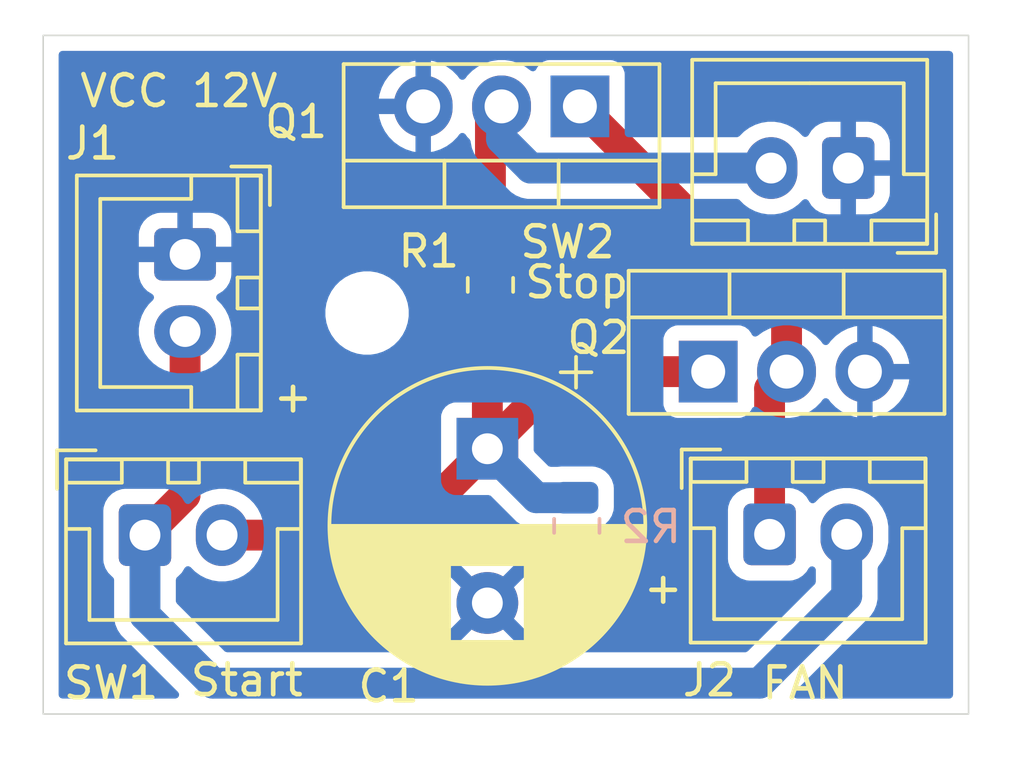
<source format=kicad_pcb>
(kicad_pcb (version 20240108) (generator "pcbnew") (generator_version "8.0")
  (layers (0 "F.Cu" signal) (31 "B.Cu" signal) (34 "B.Paste" user) (35 "F.Paste" user) (36 "B.SilkS" user "B.Silkscreen") (37 "F.SilkS" user "F.Silkscreen") (38 "B.Mask" user) (39 "F.Mask" user) (44 "Edge.Cuts" user))
  (net 0 "")
  (net 1 "GND")
  (net 2 "Net-(Q2-G)")
  (net 3 "VCC")
  (net 4 "Net-(J2-Pin_1)")
  (net 5 "Net-(Q1-D)")
  (footprint "Capacitor_THT:CP_Radial_D10.0mm_P5.00mm" (layer "F.Cu") (at 73.4 85.4 -90)
    (property "Reference" "C1" (at 7.7 3.2 180) (layer "F.SilkS"))
    (property "Value" "1000 uF @ 25V")
    (fp_line (start 3.781 1.241) (end 3.781 4.918) (stroke (width 0.12)) (layer "F.SilkS"))
    (fp_line (start 3.821 1.241) (end 3.821 4.907) (stroke (width 0.12)) (layer "F.SilkS"))
    (fp_line (start 3.861 1.241) (end 3.861 4.897) (stroke (width 0.12)) (layer "F.SilkS"))
    (fp_line (start 3.901 1.241) (end 3.901 4.885) (stroke (width 0.12)) (layer "F.SilkS"))
    (fp_line (start 3.941 1.241) (end 3.941 4.874) (stroke (width 0.12)) (layer "F.SilkS"))
    (fp_line (start 3.981 1.241) (end 3.981 4.862) (stroke (width 0.12)) (layer "F.SilkS"))
    (fp_line (start 4.021 1.241) (end 4.021 4.85) (stroke (width 0.12)) (layer "F.SilkS"))
    (fp_line (start 4.061 1.241) (end 4.061 4.837) (stroke (width 0.12)) (layer "F.SilkS"))
    (fp_line (start 4.101 1.241) (end 4.101 4.824) (stroke (width 0.12)) (layer "F.SilkS"))
    (fp_line (start 4.141 1.241) (end 4.141 4.811) (stroke (width 0.12)) (layer "F.SilkS"))
    (fp_line (start 4.181 1.241) (end 4.181 4.797) (stroke (width 0.12)) (layer "F.SilkS"))
    (fp_line (start 4.221 1.241) (end 4.221 4.783) (stroke (width 0.12)) (layer "F.SilkS"))
    (fp_line (start 4.261 1.241) (end 4.261 4.768) (stroke (width 0.12)) (layer "F.SilkS"))
    (fp_line (start 4.301 1.241) (end 4.301 4.754) (stroke (width 0.12)) (layer "F.SilkS"))
    (fp_line (start 4.341 1.241) (end 4.341 4.738) (stroke (width 0.12)) (layer "F.SilkS"))
    (fp_line (start 4.381 1.241) (end 4.381 4.723) (stroke (width 0.12)) (layer "F.SilkS"))
    (fp_line (start 4.421 1.241) (end 4.421 4.707) (stroke (width 0.12)) (layer "F.SilkS"))
    (fp_line (start 4.461 1.241) (end 4.461 4.69) (stroke (width 0.12)) (layer "F.SilkS"))
    (fp_line (start 4.501 1.241) (end 4.501 4.674) (stroke (width 0.12)) (layer "F.SilkS"))
    (fp_line (start 4.541 1.241) (end 4.541 4.657) (stroke (width 0.12)) (layer "F.SilkS"))
    (fp_line (start 4.581 1.241) (end 4.581 4.639) (stroke (width 0.12)) (layer "F.SilkS"))
    (fp_line (start 4.621 1.241) (end 4.621 4.621) (stroke (width 0.12)) (layer "F.SilkS"))
    (fp_line (start 4.661 1.241) (end 4.661 4.603) (stroke (width 0.12)) (layer "F.SilkS"))
    (fp_line (start 4.701 1.241) (end 4.701 4.584) (stroke (width 0.12)) (layer "F.SilkS"))
    (fp_line (start 4.741 1.241) (end 4.741 4.564) (stroke (width 0.12)) (layer "F.SilkS"))
    (fp_line (start 4.781 1.241) (end 4.781 4.545) (stroke (width 0.12)) (layer "F.SilkS"))
    (fp_line (start 4.821 1.241) (end 4.821 4.525) (stroke (width 0.12)) (layer "F.SilkS"))
    (fp_line (start 4.861 1.241) (end 4.861 4.504) (stroke (width 0.12)) (layer "F.SilkS"))
    (fp_line (start 4.901 1.241) (end 4.901 4.483) (stroke (width 0.12)) (layer "F.SilkS"))
    (fp_line (start 4.941 1.241) (end 4.941 4.462) (stroke (width 0.12)) (layer "F.SilkS"))
    (fp_line (start 4.981 1.241) (end 4.981 4.44) (stroke (width 0.12)) (layer "F.SilkS"))
    (fp_line (start 5.021 1.241) (end 5.021 4.417) (stroke (width 0.12)) (layer "F.SilkS"))
    (fp_line (start 5.061 1.241) (end 5.061 4.395) (stroke (width 0.12)) (layer "F.SilkS"))
    (fp_line (start 5.101 1.241) (end 5.101 4.371) (stroke (width 0.12)) (layer "F.SilkS"))
    (fp_line (start 5.141 1.241) (end 5.141 4.347) (stroke (width 0.12)) (layer "F.SilkS"))
    (fp_line (start 5.181 1.241) (end 5.181 4.323) (stroke (width 0.12)) (layer "F.SilkS"))
    (fp_line (start 5.221 1.241) (end 5.221 4.298) (stroke (width 0.12)) (layer "F.SilkS"))
    (fp_line (start 5.261 1.241) (end 5.261 4.273) (stroke (width 0.12)) (layer "F.SilkS"))
    (fp_line (start 5.301 1.241) (end 5.301 4.247) (stroke (width 0.12)) (layer "F.SilkS"))
    (fp_line (start 5.341 1.241) (end 5.341 4.221) (stroke (width 0.12)) (layer "F.SilkS"))
    (fp_line (start 5.381 1.241) (end 5.381 4.194) (stroke (width 0.12)) (layer "F.SilkS"))
    (fp_line (start 5.421 1.241) (end 5.421 4.166) (stroke (width 0.12)) (layer "F.SilkS"))
    (fp_line (start 5.461 1.241) (end 5.461 4.138) (stroke (width 0.12)) (layer "F.SilkS"))
    (fp_line (start 5.501 1.241) (end 5.501 4.11) (stroke (width 0.12)) (layer "F.SilkS"))
    (fp_line (start 5.541 1.241) (end 5.541 4.08) (stroke (width 0.12)) (layer "F.SilkS"))
    (fp_line (start 5.581 1.241) (end 5.581 4.05) (stroke (width 0.12)) (layer "F.SilkS"))
    (fp_line (start 5.621 1.241) (end 5.621 4.02) (stroke (width 0.12)) (layer "F.SilkS"))
    (fp_line (start 5.661 1.241) (end 5.661 3.989) (stroke (width 0.12)) (layer "F.SilkS"))
    (fp_line (start 5.701 1.241) (end 5.701 3.957) (stroke (width 0.12)) (layer "F.SilkS"))
    (fp_line (start 5.741 1.241) (end 5.741 3.925) (stroke (width 0.12)) (layer "F.SilkS"))
    (fp_line (start 5.781 1.241) (end 5.781 3.892) (stroke (width 0.12)) (layer "F.SilkS"))
    (fp_line (start 5.821 1.241) (end 5.821 3.858) (stroke (width 0.12)) (layer "F.SilkS"))
    (fp_line (start 5.861 1.241) (end 5.861 3.824) (stroke (width 0.12)) (layer "F.SilkS"))
    (fp_line (start 5.901 1.241) (end 5.901 3.789) (stroke (width 0.12)) (layer "F.SilkS"))
    (fp_line (start 5.941 1.241) (end 5.941 3.753) (stroke (width 0.12)) (layer "F.SilkS"))
    (fp_line (start 5.981 1.241) (end 5.981 3.716) (stroke (width 0.12)) (layer "F.SilkS"))
    (fp_line (start 6.021 1.241) (end 6.021 3.679) (stroke (width 0.12)) (layer "F.SilkS"))
    (fp_line (start 6.061 1.241) (end 6.061 3.64) (stroke (width 0.12)) (layer "F.SilkS"))
    (fp_line (start 6.101 1.241) (end 6.101 3.601) (stroke (width 0.12)) (layer "F.SilkS"))
    (fp_line (start 6.141 1.241) (end 6.141 3.561) (stroke (width 0.12)) (layer "F.SilkS"))
    (fp_line (start 6.181 1.241) (end 6.181 3.52) (stroke (width 0.12)) (layer "F.SilkS"))
    (fp_line (start 6.221 1.241) (end 6.221 3.478) (stroke (width 0.12)) (layer "F.SilkS"))
    (fp_line (start 7.581 -0.599) (end 7.581 0.599) (stroke (width 0.12)) (layer "F.SilkS"))
    (fp_line (start 7.541 -0.862) (end 7.541 0.862) (stroke (width 0.12)) (layer "F.SilkS"))
    (fp_line (start 7.501 -1.062) (end 7.501 1.062) (stroke (width 0.12)) (layer "F.SilkS"))
    (fp_line (start 7.461 -1.23) (end 7.461 1.23) (stroke (width 0.12)) (layer "F.SilkS"))
    (fp_line (start 7.421 -1.378) (end 7.421 1.378) (stroke (width 0.12)) (layer "F.SilkS"))
    (fp_line (start 7.381 -1.51) (end 7.381 1.51) (stroke (width 0.12)) (layer "F.SilkS"))
    (fp_line (start 7.341 -1.63) (end 7.341 1.63) (stroke (width 0.12)) (layer "F.SilkS"))
    (fp_line (start 7.301 -1.742) (end 7.301 1.742) (stroke (width 0.12)) (layer "F.SilkS"))
    (fp_line (start 7.261 -1.846) (end 7.261 1.846) (stroke (width 0.12)) (layer "F.SilkS"))
    (fp_line (start 7.221 -1.944) (end 7.221 1.944) (stroke (width 0.12)) (layer "F.SilkS"))
    (fp_line (start 7.181 -2.037) (end 7.181 2.037) (stroke (width 0.12)) (layer "F.SilkS"))
    (fp_line (start 7.141 -2.125) (end 7.141 2.125) (stroke (width 0.12)) (layer "F.SilkS"))
    (fp_line (start 7.101 -2.209) (end 7.101 2.209) (stroke (width 0.12)) (layer "F.SilkS"))
    (fp_line (start 7.061 -2.289) (end 7.061 2.289) (stroke (width 0.12)) (layer "F.SilkS"))
    (fp_line (start 7.021 -2.365) (end 7.021 2.365) (stroke (width 0.12)) (layer "F.SilkS"))
    (fp_line (start 6.981 -2.439) (end 6.981 2.439) (stroke (width 0.12)) (layer "F.SilkS"))
    (fp_line (start 6.941 -2.51) (end 6.941 2.51) (stroke (width 0.12)) (layer "F.SilkS"))
    (fp_line (start 6.901 -2.579) (end 6.901 2.579) (stroke (width 0.12)) (layer "F.SilkS"))
    (fp_line (start 6.861 -2.645) (end 6.861 2.645) (stroke (width 0.12)) (layer "F.SilkS"))
    (fp_line (start 6.821 -2.709) (end 6.821 2.709) (stroke (width 0.12)) (layer "F.SilkS"))
    (fp_line (start 6.781 -2.77) (end 6.781 2.77) (stroke (width 0.12)) (layer "F.SilkS"))
    (fp_line (start 6.741 -2.83) (end 6.741 2.83) (stroke (width 0.12)) (layer "F.SilkS"))
    (fp_line (start -2.979646 -2.875) (end -1.979646 -2.875) (stroke (width 0.12)) (layer "F.SilkS"))
    (fp_line (start 6.701 -2.889) (end 6.701 2.889) (stroke (width 0.12)) (layer "F.SilkS"))
    (fp_line (start 6.661 -2.945) (end 6.661 2.945) (stroke (width 0.12)) (layer "F.SilkS"))
    (fp_line (start 6.621 -3) (end 6.621 3) (stroke (width 0.12)) (layer "F.SilkS"))
    (fp_line (start 6.581 -3.054) (end 6.581 3.054) (stroke (width 0.12)) (layer "F.SilkS"))
    (fp_line (start 6.541 -3.106) (end 6.541 3.106) (stroke (width 0.12)) (layer "F.SilkS"))
    (fp_line (start 6.501 -3.156) (end 6.501 3.156) (stroke (width 0.12)) (layer "F.SilkS"))
    (fp_line (start 6.461 -3.206) (end 6.461 3.206) (stroke (width 0.12)) (layer "F.SilkS"))
    (fp_line (start 6.421 -3.254) (end 6.421 3.254) (stroke (width 0.12)) (layer "F.SilkS"))
    (fp_line (start 6.381 -3.301) (end 6.381 3.301) (stroke (width 0.12)) (layer "F.SilkS"))
    (fp_line (start 6.341 -3.347) (end 6.341 3.347) (stroke (width 0.12)) (layer "F.SilkS"))
    (fp_line (start -2.479646 -3.375) (end -2.479646 -2.375) (stroke (width 0.12)) (layer "F.SilkS"))
    (fp_line (start 6.301 -3.392) (end 6.301 3.392) (stroke (width 0.12)) (layer "F.SilkS"))
    (fp_line (start 6.261 -3.436) (end 6.261 3.436) (stroke (width 0.12)) (layer "F.SilkS"))
    (fp_line (start 6.221 -3.478) (end 6.221 -1.241) (stroke (width 0.12)) (layer "F.SilkS"))
    (fp_line (start 6.181 -3.52) (end 6.181 -1.241) (stroke (width 0.12)) (layer "F.SilkS"))
    (fp_line (start 6.141 -3.561) (end 6.141 -1.241) (stroke (width 0.12)) (layer "F.SilkS"))
    (fp_line (start 6.101 -3.601) (end 6.101 -1.241) (stroke (width 0.12)) (layer "F.SilkS"))
    (fp_line (start 6.061 -3.64) (end 6.061 -1.241) (stroke (width 0.12)) (layer "F.SilkS"))
    (fp_line (start 6.021 -3.679) (end 6.021 -1.241) (stroke (width 0.12)) (layer "F.SilkS"))
    (fp_line (start 5.981 -3.716) (end 5.981 -1.241) (stroke (width 0.12)) (layer "F.SilkS"))
    (fp_line (start 5.941 -3.753) (end 5.941 -1.241) (stroke (width 0.12)) (layer "F.SilkS"))
    (fp_line (start 5.901 -3.789) (end 5.901 -1.241) (stroke (width 0.12)) (layer "F.SilkS"))
    (fp_line (start 5.861 -3.824) (end 5.861 -1.241) (stroke (width 0.12)) (layer "F.SilkS"))
    (fp_line (start 5.821 -3.858) (end 5.821 -1.241) (stroke (width 0.12)) (layer "F.SilkS"))
    (fp_line (start 5.781 -3.892) (end 5.781 -1.241) (stroke (width 0.12)) (layer "F.SilkS"))
    (fp_line (start 5.741 -3.925) (end 5.741 -1.241) (stroke (width 0.12)) (layer "F.SilkS"))
    (fp_line (start 5.701 -3.957) (end 5.701 -1.241) (stroke (width 0.12)) (layer "F.SilkS"))
    (fp_line (start 5.661 -3.989) (end 5.661 -1.241) (stroke (width 0.12)) (layer "F.SilkS"))
    (fp_line (start 5.621 -4.02) (end 5.621 -1.241) (stroke (width 0.12)) (layer "F.SilkS"))
    (fp_line (start 5.581 -4.05) (end 5.581 -1.241) (stroke (width 0.12)) (layer "F.SilkS"))
    (fp_line (start 5.541 -4.08) (end 5.541 -1.241) (stroke (width 0.12)) (layer "F.SilkS"))
    (fp_line (start 5.501 -4.11) (end 5.501 -1.241) (stroke (width 0.12)) (layer "F.SilkS"))
    (fp_line (start 5.461 -4.138) (end 5.461 -1.241) (stroke (width 0.12)) (layer "F.SilkS"))
    (fp_line (start 5.421 -4.166) (end 5.421 -1.241) (stroke (width 0.12)) (layer "F.SilkS"))
    (fp_line (start 5.381 -4.194) (end 5.381 -1.241) (stroke (width 0.12)) (layer "F.SilkS"))
    (fp_line (start 5.341 -4.221) (end 5.341 -1.241) (stroke (width 0.12)) (layer "F.SilkS"))
    (fp_line (start 5.301 -4.247) (end 5.301 -1.241) (stroke (width 0.12)) (layer "F.SilkS"))
    (fp_line (start 5.261 -4.273) (end 5.261 -1.241) (stroke (width 0.12)) (layer "F.SilkS"))
    (fp_line (start 5.221 -4.298) (end 5.221 -1.241) (stroke (width 0.12)) (layer "F.SilkS"))
    (fp_line (start 5.181 -4.323) (end 5.181 -1.241) (stroke (width 0.12)) (layer "F.SilkS"))
    (fp_line (start 5.141 -4.347) (end 5.141 -1.241) (stroke (width 0.12)) (layer "F.SilkS"))
    (fp_line (start 5.101 -4.371) (end 5.101 -1.241) (stroke (width 0.12)) (layer "F.SilkS"))
    (fp_line (start 5.061 -4.395) (end 5.061 -1.241) (stroke (width 0.12)) (layer "F.SilkS"))
    (fp_line (start 5.021 -4.417) (end 5.021 -1.241) (stroke (width 0.12)) (layer "F.SilkS"))
    (fp_line (start 4.981 -4.44) (end 4.981 -1.241) (stroke (width 0.12)) (layer "F.SilkS"))
    (fp_line (start 4.941 -4.462) (end 4.941 -1.241) (stroke (width 0.12)) (layer "F.SilkS"))
    (fp_line (start 4.901 -4.483) (end 4.901 -1.241) (stroke (width 0.12)) (layer "F.SilkS"))
    (fp_line (start 4.861 -4.504) (end 4.861 -1.241) (stroke (width 0.12)) (layer "F.SilkS"))
    (fp_line (start 4.821 -4.525) (end 4.821 -1.241) (stroke (width 0.12)) (layer "F.SilkS"))
    (fp_line (start 4.781 -4.545) (end 4.781 -1.241) (stroke (width 0.12)) (layer "F.SilkS"))
    (fp_line (start 4.741 -4.564) (end 4.741 -1.241) (stroke (width 0.12)) (layer "F.SilkS"))
    (fp_line (start 4.701 -4.584) (end 4.701 -1.241) (stroke (width 0.12)) (layer "F.SilkS"))
    (fp_line (start 4.661 -4.603) (end 4.661 -1.241) (stroke (width 0.12)) (layer "F.SilkS"))
    (fp_line (start 4.621 -4.621) (end 4.621 -1.241) (stroke (width 0.12)) (layer "F.SilkS"))
    (fp_line (start 4.581 -4.639) (end 4.581 -1.241) (stroke (width 0.12)) (layer "F.SilkS"))
    (fp_line (start 4.541 -4.657) (end 4.541 -1.241) (stroke (width 0.12)) (layer "F.SilkS"))
    (fp_line (start 4.501 -4.674) (end 4.501 -1.241) (stroke (width 0.12)) (layer "F.SilkS"))
    (fp_line (start 4.461 -4.69) (end 4.461 -1.241) (stroke (width 0.12)) (layer "F.SilkS"))
    (fp_line (start 4.421 -4.707) (end 4.421 -1.241) (stroke (width 0.12)) (layer "F.SilkS"))
    (fp_line (start 4.381 -4.723) (end 4.381 -1.241) (stroke (width 0.12)) (layer "F.SilkS"))
    (fp_line (start 4.341 -4.738) (end 4.341 -1.241) (stroke (width 0.12)) (layer "F.SilkS"))
    (fp_line (start 4.301 -4.754) (end 4.301 -1.241) (stroke (width 0.12)) (layer "F.SilkS"))
    (fp_line (start 4.261 -4.768) (end 4.261 -1.241) (stroke (width 0.12)) (layer "F.SilkS"))
    (fp_line (start 4.221 -4.783) (end 4.221 -1.241) (stroke (width 0.12)) (layer "F.SilkS"))
    (fp_line (start 4.181 -4.797) (end 4.181 -1.241) (stroke (width 0.12)) (layer "F.SilkS"))
    (fp_line (start 4.141 -4.811) (end 4.141 -1.241) (stroke (width 0.12)) (layer "F.SilkS"))
    (fp_line (start 4.101 -4.824) (end 4.101 -1.241) (stroke (width 0.12)) (layer "F.SilkS"))
    (fp_line (start 4.061 -4.837) (end 4.061 -1.241) (stroke (width 0.12)) (layer "F.SilkS"))
    (fp_line (start 4.021 -4.85) (end 4.021 -1.241) (stroke (width 0.12)) (layer "F.SilkS"))
    (fp_line (start 3.981 -4.862) (end 3.981 -1.241) (stroke (width 0.12)) (layer "F.SilkS"))
    (fp_line (start 3.941 -4.874) (end 3.941 -1.241) (stroke (width 0.12)) (layer "F.SilkS"))
    (fp_line (start 3.901 -4.885) (end 3.901 -1.241) (stroke (width 0.12)) (layer "F.SilkS"))
    (fp_line (start 3.861 -4.897) (end 3.861 -1.241) (stroke (width 0.12)) (layer "F.SilkS"))
    (fp_line (start 3.821 -4.907) (end 3.821 -1.241) (stroke (width 0.12)) (layer "F.SilkS"))
    (fp_line (start 3.781 -4.918) (end 3.781 -1.241) (stroke (width 0.12)) (layer "F.SilkS"))
    (fp_line (start 3.741 -4.928) (end 3.741 4.928) (stroke (width 0.12)) (layer "F.SilkS"))
    (fp_line (start 3.701 -4.938) (end 3.701 4.938) (stroke (width 0.12)) (layer "F.SilkS"))
    (fp_line (start 3.661 -4.947) (end 3.661 4.947) (stroke (width 0.12)) (layer "F.SilkS"))
    (fp_line (start 3.621 -4.956) (end 3.621 4.956) (stroke (width 0.12)) (layer "F.SilkS"))
    (fp_line (start 3.581 -4.965) (end 3.581 4.965) (stroke (width 0.12)) (layer "F.SilkS"))
    (fp_line (start 3.541 -4.974) (end 3.541 4.974) (stroke (width 0.12)) (layer "F.SilkS"))
    (fp_line (start 3.501 -4.982) (end 3.501 4.982) (stroke (width 0.12)) (layer "F.SilkS"))
    (fp_line (start 3.461 -4.99) (end 3.461 4.99) (stroke (width 0.12)) (layer "F.SilkS"))
    (fp_line (start 3.421 -4.997) (end 3.421 4.997) (stroke (width 0.12)) (layer "F.SilkS"))
    (fp_line (start 3.381 -5.004) (end 3.381 5.004) (stroke (width 0.12)) (layer "F.SilkS"))
    (fp_line (start 3.341 -5.011) (end 3.341 5.011) (stroke (width 0.12)) (layer "F.SilkS"))
    (fp_line (start 3.301 -5.018) (end 3.301 5.018) (stroke (width 0.12)) (layer "F.SilkS"))
    (fp_line (start 3.261 -5.024) (end 3.261 5.024) (stroke (width 0.12)) (layer "F.SilkS"))
    (fp_line (start 3.221 -5.03) (end 3.221 5.03) (stroke (width 0.12)) (layer "F.SilkS"))
    (fp_line (start 3.18 -5.035) (end 3.18 5.035) (stroke (width 0.12)) (layer "F.SilkS"))
    (fp_line (start 3.14 -5.04) (end 3.14 5.04) (stroke (width 0.12)) (layer "F.SilkS"))
    (fp_line (start 3.1 -5.045) (end 3.1 5.045) (stroke (width 0.12)) (layer "F.SilkS"))
    (fp_line (start 3.06 -5.05) (end 3.06 5.05) (stroke (width 0.12)) (layer "F.SilkS"))
    (fp_line (start 3.02 -5.054) (end 3.02 5.054) (stroke (width 0.12)) (layer "F.SilkS"))
    (fp_line (start 2.98 -5.058) (end 2.98 5.058) (stroke (width 0.12)) (layer "F.SilkS"))
    (fp_line (start 2.94 -5.062) (end 2.94 5.062) (stroke (width 0.12)) (layer "F.SilkS"))
    (fp_line (start 2.9 -5.065) (end 2.9 5.065) (stroke (width 0.12)) (layer "F.SilkS"))
    (fp_line (start 2.86 -5.068) (end 2.86 5.068) (stroke (width 0.12)) (layer "F.SilkS"))
    (fp_line (start 2.82 -5.07) (end 2.82 5.07) (stroke (width 0.12)) (layer "F.SilkS"))
    (fp_line (start 2.78 -5.073) (end 2.78 5.073) (stroke (width 0.12)) (layer "F.SilkS"))
    (fp_line (start 2.74 -5.075) (end 2.74 5.075) (stroke (width 0.12)) (layer "F.SilkS"))
    (fp_line (start 2.7 -5.077) (end 2.7 5.077) (stroke (width 0.12)) (layer "F.SilkS"))
    (fp_line (start 2.66 -5.078) (end 2.66 5.078) (stroke (width 0.12)) (layer "F.SilkS"))
    (fp_line (start 2.62 -5.079) (end 2.62 5.079) (stroke (width 0.12)) (layer "F.SilkS"))
    (fp_line (start 2.5 -5.08) (end 2.5 5.08) (stroke (width 0.12)) (layer "F.SilkS"))
    (fp_line (start 2.54 -5.08) (end 2.54 5.08) (stroke (width 0.12)) (layer "F.SilkS"))
    (fp_line (start 2.58 -5.08) (end 2.58 5.08) (stroke (width 0.12)) (layer "F.SilkS"))
    (fp_circle (center 2.5 0) (end 7.62 0) (stroke (width 0.12)) (fill none) (layer "F.SilkS"))
    (pad "1" thru_hole rect (at 0 0 270) (size 2 2) (drill 1) (layers "*.Cu" "*.Mask") (net 2 "Net-(Q2-G)"))
    (pad "2" thru_hole circle (at 5 0 270) (size 2 2) (drill 1) (layers "*.Cu" "*.Mask") (net 1 "GND"))
  )
  (footprint "Resistor_SMD:R_0805_2012Metric" (layer "F.Cu") (at 73.5 80.0875 90)
    (property "Reference" "R1" (at 1.0875 -2 180) (layer "F.SilkS"))
    (property "Value" "620")
    (fp_line (start -0.227064 -0.735) (end 0.227064 -0.735) (stroke (width 0.12)) (layer "F.SilkS"))
    (fp_line (start -0.227064 0.735) (end 0.227064 0.735) (stroke (width 0.12)) (layer "F.SilkS"))
    (pad "1" smd roundrect (at -0.9125 0 90) (size 1.025 1.4) (layers "F.Cu" "F.Paste" "F.Mask") (roundrect_rratio 0.243902) (net 2 "Net-(Q2-G)"))
    (pad "2" smd roundrect (at 0.9125 0 90) (size 1.025 1.4) (layers "F.Cu" "F.Paste" "F.Mask") (roundrect_rratio 0.243902) (net 5 "Net-(Q1-D)"))
  )
  (footprint "Connector_JST:JST_XH_B2B-XH-A_1x02_P2.50mm_Vertical" (layer "F.Cu") (at 63.6 79.1 -90)
    (property "Reference" "J1" (at -3.6 3 0) (layer "F.SilkS"))
    (property "Value" "JST XH 2P")
    (property "Поле5" "VCC 12V" (at -5.3 0.2 0) (layer "F.SilkS"))
    (property "Поле6" "+" (at 4.6 -3.5 0) (layer "F.SilkS"))
    (fp_line (start -2.56 3.51) (end 5.06 3.51) (stroke (width 0.12)) (layer "F.SilkS"))
    (fp_line (start 5.06 3.51) (end 5.06 -2.46) (stroke (width 0.12)) (layer "F.SilkS"))
    (fp_line (start -1.8 2.75) (end 1.25 2.75) (stroke (width 0.12)) (layer "F.SilkS"))
    (fp_line (start 4.3 2.75) (end 1.25 2.75) (stroke (width 0.12)) (layer "F.SilkS"))
    (fp_line (start -2.55 -0.2) (end -1.8 -0.2) (stroke (width 0.12)) (layer "F.SilkS"))
    (fp_line (start -1.8 -0.2) (end -1.8 2.75) (stroke (width 0.12)) (layer "F.SilkS"))
    (fp_line (start 4.3 -0.2) (end 4.3 2.75) (stroke (width 0.12)) (layer "F.SilkS"))
    (fp_line (start 5.05 -0.2) (end 4.3 -0.2) (stroke (width 0.12)) (layer "F.SilkS"))
    (fp_line (start -2.55 -1.7) (end -0.75 -1.7) (stroke (width 0.12)) (layer "F.SilkS"))
    (fp_line (start -0.75 -1.7) (end -0.75 -2.45) (stroke (width 0.12)) (layer "F.SilkS"))
    (fp_line (start 0.75 -1.7) (end 1.75 -1.7) (stroke (width 0.12)) (layer "F.SilkS"))
    (fp_line (start 1.75 -1.7) (end 1.75 -2.45) (stroke (width 0.12)) (layer "F.SilkS"))
    (fp_line (start 3.25 -1.7) (end 5.05 -1.7) (stroke (width 0.12)) (layer "F.SilkS"))
    (fp_line (start 5.05 -1.7) (end 5.05 -2.45) (stroke (width 0.12)) (layer "F.SilkS"))
    (fp_line (start -2.55 -2.45) (end -2.55 -1.7) (stroke (width 0.12)) (layer "F.SilkS"))
    (fp_line (start -0.75 -2.45) (end -2.55 -2.45) (stroke (width 0.12)) (layer "F.SilkS"))
    (fp_line (start 0.75 -2.45) (end 0.75 -1.7) (stroke (width 0.12)) (layer "F.SilkS"))
    (fp_line (start 1.75 -2.45) (end 0.75 -2.45) (stroke (width 0.12)) (layer "F.SilkS"))
    (fp_line (start 3.25 -2.45) (end 3.25 -1.7) (stroke (width 0.12)) (layer "F.SilkS"))
    (fp_line (start 5.05 -2.45) (end 3.25 -2.45) (stroke (width 0.12)) (layer "F.SilkS"))
    (fp_line (start -2.56 -2.46) (end -2.56 3.51) (stroke (width 0.12)) (layer "F.SilkS"))
    (fp_line (start 5.06 -2.46) (end -2.56 -2.46) (stroke (width 0.12)) (layer "F.SilkS"))
    (fp_line (start -2.85 -2.75) (end -2.85 -1.5) (stroke (width 0.12)) (layer "F.SilkS"))
    (fp_line (start -1.6 -2.75) (end -2.85 -2.75) (stroke (width 0.12)) (layer "F.SilkS"))
    (pad "1" thru_hole roundrect (at 0 0 270) (size 1.7 2) (drill 1) (layers "*.Cu" "*.Mask") (roundrect_rratio 0.147059) (net 1 "GND"))
    (pad "2" thru_hole oval (at 2.5 0 270) (size 1.7 2) (drill 1) (layers "*.Cu" "*.Mask") (net 3 "VCC"))
  )
  (footprint "Package_TO_SOT_THT:TO-220-3_Vertical" (layer "F.Cu") (at 80.56 82.9)
    (property "Reference" "Q2" (at -3.56 -1.1 360) (layer "F.SilkS"))
    (property "Value" "STP14NM50N")
    (fp_line (start -2.58 -3.27) (end -2.58 1.371) (stroke (width 0.12)) (layer "F.SilkS"))
    (fp_line (start -2.58 -3.27) (end 7.66 -3.27) (stroke (width 0.12)) (layer "F.SilkS"))
    (fp_line (start -2.58 -1.76) (end 7.66 -1.76) (stroke (width 0.12)) (layer "F.SilkS"))
    (fp_line (start -2.58 1.371) (end 7.66 1.371) (stroke (width 0.12)) (layer "F.SilkS"))
    (fp_line (start 0.69 -3.27) (end 0.69 -1.76) (stroke (width 0.12)) (layer "F.SilkS"))
    (fp_line (start 4.391 -3.27) (end 4.391 -1.76) (stroke (width 0.12)) (layer "F.SilkS"))
    (fp_line (start 7.66 -3.27) (end 7.66 1.371) (stroke (width 0.12)) (layer "F.SilkS"))
    (pad "1" thru_hole rect (at 0 0) (size 1.905 2) (drill 1.1) (layers "*.Cu" "*.Mask") (net 2 "Net-(Q2-G)"))
    (pad "2" thru_hole oval (at 2.54 0) (size 1.905 2) (drill 1.1) (layers "*.Cu" "*.Mask") (net 4 "Net-(J2-Pin_1)"))
    (pad "3" thru_hole oval (at 5.08 0) (size 1.905 2) (drill 1.1) (layers "*.Cu" "*.Mask") (net 1 "GND"))
  )
  (footprint "Connector_JST:JST_XH_B2B-XH-A_1x02_P2.50mm_Vertical" (layer "F.Cu") (at 62.3 88.2)
    (property "Reference" "SW1" (at -1.1 4.8 0) (layer "F.SilkS"))
    (property "Value" "JST XH 2P")
    (property "Поле5" "Start" (at 3.3 4.7 0) (layer "F.SilkS"))
    (fp_line (start -2.85 -2.75) (end -2.85 -1.5) (stroke (width 0.12)) (layer "F.SilkS"))
    (fp_line (start -2.56 -2.46) (end -2.56 3.51) (stroke (width 0.12)) (layer "F.SilkS"))
    (fp_line (start -2.56 3.51) (end 5.06 3.51) (stroke (width 0.12)) (layer "F.SilkS"))
    (fp_line (start -2.55 -2.45) (end -2.55 -1.7) (stroke (width 0.12)) (layer "F.SilkS"))
    (fp_line (start -2.55 -1.7) (end -0.75 -1.7) (stroke (width 0.12)) (layer "F.SilkS"))
    (fp_line (start -2.55 -0.2) (end -1.8 -0.2) (stroke (width 0.12)) (layer "F.SilkS"))
    (fp_line (start -1.8 -0.2) (end -1.8 2.75) (stroke (width 0.12)) (layer "F.SilkS"))
    (fp_line (start -1.8 2.75) (end 1.25 2.75) (stroke (width 0.12)) (layer "F.SilkS"))
    (fp_line (start -1.6 -2.75) (end -2.85 -2.75) (stroke (width 0.12)) (layer "F.SilkS"))
    (fp_line (start -0.75 -2.45) (end -2.55 -2.45) (stroke (width 0.12)) (layer "F.SilkS"))
    (fp_line (start -0.75 -1.7) (end -0.75 -2.45) (stroke (width 0.12)) (layer "F.SilkS"))
    (fp_line (start 0.75 -2.45) (end 0.75 -1.7) (stroke (width 0.12)) (layer "F.SilkS"))
    (fp_line (start 0.75 -1.7) (end 1.75 -1.7) (stroke (width 0.12)) (layer "F.SilkS"))
    (fp_line (start 1.75 -2.45) (end 0.75 -2.45) (stroke (width 0.12)) (layer "F.SilkS"))
    (fp_line (start 1.75 -1.7) (end 1.75 -2.45) (stroke (width 0.12)) (layer "F.SilkS"))
    (fp_line (start 3.25 -2.45) (end 3.25 -1.7) (stroke (width 0.12)) (layer "F.SilkS"))
    (fp_line (start 3.25 -1.7) (end 5.05 -1.7) (stroke (width 0.12)) (layer "F.SilkS"))
    (fp_line (start 4.3 -0.2) (end 4.3 2.75) (stroke (width 0.12)) (layer "F.SilkS"))
    (fp_line (start 4.3 2.75) (end 1.25 2.75) (stroke (width 0.12)) (layer "F.SilkS"))
    (fp_line (start 5.05 -2.45) (end 3.25 -2.45) (stroke (width 0.12)) (layer "F.SilkS"))
    (fp_line (start 5.05 -1.7) (end 5.05 -2.45) (stroke (width 0.12)) (layer "F.SilkS"))
    (fp_line (start 5.05 -0.2) (end 4.3 -0.2) (stroke (width 0.12)) (layer "F.SilkS"))
    (fp_line (start 5.06 -2.46) (end -2.56 -2.46) (stroke (width 0.12)) (layer "F.SilkS"))
    (fp_line (start 5.06 3.51) (end 5.06 -2.46) (stroke (width 0.12)) (layer "F.SilkS"))
    (pad "1" thru_hole roundrect (at 0 0) (size 1.7 2) (drill 1) (layers "*.Cu" "*.Mask") (roundrect_rratio 0.147059) (net 3 "VCC"))
    (pad "2" thru_hole oval (at 2.5 0) (size 1.7 2) (drill 1) (layers "*.Cu" "*.Mask") (net 2 "Net-(Q2-G)"))
  )
  (footprint "Connector_JST:JST_XH_B2B-XH-A_1x02_P2.50mm_Vertical" (layer "F.Cu") (at 82.55 88.175)
    (property "Reference" "J2" (at -1.95 4.725 0) (layer "F.SilkS"))
    (property "Value" "JST XH 2P")
    (property "Поле6" "FAN" (at 1.15 4.825 0) (layer "F.SilkS"))
    (property "Поле7" "+" (at -3.45 1.725 0) (layer "F.SilkS"))
    (fp_line (start -2.85 -2.75) (end -2.85 -1.5) (stroke (width 0.12)) (layer "F.SilkS"))
    (fp_line (start -2.56 -2.46) (end -2.56 3.51) (stroke (width 0.12)) (layer "F.SilkS"))
    (fp_line (start -2.56 3.51) (end 5.06 3.51) (stroke (width 0.12)) (layer "F.SilkS"))
    (fp_line (start -2.55 -2.45) (end -2.55 -1.7) (stroke (width 0.12)) (layer "F.SilkS"))
    (fp_line (start -2.55 -1.7) (end -0.75 -1.7) (stroke (width 0.12)) (layer "F.SilkS"))
    (fp_line (start -2.55 -0.2) (end -1.8 -0.2) (stroke (width 0.12)) (layer "F.SilkS"))
    (fp_line (start -1.8 -0.2) (end -1.8 2.75) (stroke (width 0.12)) (layer "F.SilkS"))
    (fp_line (start -1.8 2.75) (end 1.25 2.75) (stroke (width 0.12)) (layer "F.SilkS"))
    (fp_line (start -1.6 -2.75) (end -2.85 -2.75) (stroke (width 0.12)) (layer "F.SilkS"))
    (fp_line (start -0.75 -2.45) (end -2.55 -2.45) (stroke (width 0.12)) (layer "F.SilkS"))
    (fp_line (start -0.75 -1.7) (end -0.75 -2.45) (stroke (width 0.12)) (layer "F.SilkS"))
    (fp_line (start 0.75 -2.45) (end 0.75 -1.7) (stroke (width 0.12)) (layer "F.SilkS"))
    (fp_line (start 0.75 -1.7) (end 1.75 -1.7) (stroke (width 0.12)) (layer "F.SilkS"))
    (fp_line (start 1.75 -2.45) (end 0.75 -2.45) (stroke (width 0.12)) (layer "F.SilkS"))
    (fp_line (start 1.75 -1.7) (end 1.75 -2.45) (stroke (width 0.12)) (layer "F.SilkS"))
    (fp_line (start 3.25 -2.45) (end 3.25 -1.7) (stroke (width 0.12)) (layer "F.SilkS"))
    (fp_line (start 3.25 -1.7) (end 5.05 -1.7) (stroke (width 0.12)) (layer "F.SilkS"))
    (fp_line (start 4.3 -0.2) (end 4.3 2.75) (stroke (width 0.12)) (layer "F.SilkS"))
    (fp_line (start 4.3 2.75) (end 1.25 2.75) (stroke (width 0.12)) (layer "F.SilkS"))
    (fp_line (start 5.05 -2.45) (end 3.25 -2.45) (stroke (width 0.12)) (layer "F.SilkS"))
    (fp_line (start 5.05 -1.7) (end 5.05 -2.45) (stroke (width 0.12)) (layer "F.SilkS"))
    (fp_line (start 5.05 -0.2) (end 4.3 -0.2) (stroke (width 0.12)) (layer "F.SilkS"))
    (fp_line (start 5.06 -2.46) (end -2.56 -2.46) (stroke (width 0.12)) (layer "F.SilkS"))
    (fp_line (start 5.06 3.51) (end 5.06 -2.46) (stroke (width 0.12)) (layer "F.SilkS"))
    (pad "1" thru_hole roundrect (at 0 0) (size 1.7 2) (drill 1) (layers "*.Cu" "*.Mask") (roundrect_rratio 0.147059) (net 4 "Net-(J2-Pin_1)"))
    (pad "2" thru_hole oval (at 2.5 0) (size 1.7 2) (drill 1) (layers "*.Cu" "*.Mask") (net 3 "VCC"))
  )
  (footprint "Connector_JST:JST_XH_B2B-XH-A_1x02_P2.50mm_Vertical" (layer "F.Cu") (at 85.1 76.3 180)
    (property "Reference" "SW2" (at 9.1 -2.4 360) (layer "F.SilkS"))
    (property "Value" "JST XH 2P")
    (property "Поле5" "Stop" (at 8.8 -3.7 0) (layer "F.SilkS"))
    (fp_line (start 5.06 3.51) (end 5.06 -2.46) (stroke (width 0.12)) (layer "F.SilkS"))
    (fp_line (start 5.06 -2.46) (end -2.56 -2.46) (stroke (width 0.12)) (layer "F.SilkS"))
    (fp_line (start 5.05 -0.2) (end 4.3 -0.2) (stroke (width 0.12)) (layer "F.SilkS"))
    (fp_line (start 5.05 -1.7) (end 5.05 -2.45) (stroke (width 0.12)) (layer "F.SilkS"))
    (fp_line (start 5.05 -2.45) (end 3.25 -2.45) (stroke (width 0.12)) (layer "F.SilkS"))
    (fp_line (start 4.3 2.75) (end 1.25 2.75) (stroke (width 0.12)) (layer "F.SilkS"))
    (fp_line (start 4.3 -0.2) (end 4.3 2.75) (stroke (width 0.12)) (layer "F.SilkS"))
    (fp_line (start 3.25 -1.7) (end 5.05 -1.7) (stroke (width 0.12)) (layer "F.SilkS"))
    (fp_line (start 3.25 -2.45) (end 3.25 -1.7) (stroke (width 0.12)) (layer "F.SilkS"))
    (fp_line (start 1.75 -1.7) (end 1.75 -2.45) (stroke (width 0.12)) (layer "F.SilkS"))
    (fp_line (start 1.75 -2.45) (end 0.75 -2.45) (stroke (width 0.12)) (layer "F.SilkS"))
    (fp_line (start 0.75 -1.7) (end 1.75 -1.7) (stroke (width 0.12)) (layer "F.SilkS"))
    (fp_line (start 0.75 -2.45) (end 0.75 -1.7) (stroke (width 0.12)) (layer "F.SilkS"))
    (fp_line (start -0.75 -1.7) (end -0.75 -2.45) (stroke (width 0.12)) (layer "F.SilkS"))
    (fp_line (start -0.75 -2.45) (end -2.55 -2.45) (stroke (width 0.12)) (layer "F.SilkS"))
    (fp_line (start -1.6 -2.75) (end -2.85 -2.75) (stroke (width 0.12)) (layer "F.SilkS"))
    (fp_line (start -1.8 2.75) (end 1.25 2.75) (stroke (width 0.12)) (layer "F.SilkS"))
    (fp_line (start -1.8 -0.2) (end -1.8 2.75) (stroke (width 0.12)) (layer "F.SilkS"))
    (fp_line (start -2.55 -0.2) (end -1.8 -0.2) (stroke (width 0.12)) (layer "F.SilkS"))
    (fp_line (start -2.55 -1.7) (end -0.75 -1.7) (stroke (width 0.12)) (layer "F.SilkS"))
    (fp_line (start -2.55 -2.45) (end -2.55 -1.7) (stroke (width 0.12)) (layer "F.SilkS"))
    (fp_line (start -2.56 3.51) (end 5.06 3.51) (stroke (width 0.12)) (layer "F.SilkS"))
    (fp_line (start -2.56 -2.46) (end -2.56 3.51) (stroke (width 0.12)) (layer "F.SilkS"))
    (fp_line (start -2.85 -2.75) (end -2.85 -1.5) (stroke (width 0.12)) (layer "F.SilkS"))
    (pad "1" thru_hole roundrect (at 0 0 180) (size 1.7 2) (drill 1) (layers "*.Cu" "*.Mask") (roundrect_rratio 0.147059) (net 1 "GND"))
    (pad "2" thru_hole oval (at 2.5 0 180) (size 1.7 2) (drill 1) (layers "*.Cu" "*.Mask") (net 5 "Net-(Q1-D)"))
  )
  (footprint "MountingHole:MountingHole_2.2mm_M2" (layer "F.Cu") (at 69.5 81)
    (property "Reference" "H1" (hide yes))
    (property "Value" "MountingHole")
    (pad "" np_thru_hole circle (at 0 0) (size 2.2 2.2) (drill 2.2) (layers "*.Cu" "*.Mask"))
  )
  (footprint "Package_TO_SOT_THT:TO-220-3_Vertical" (layer "F.Cu") (at 76.4 74.3 180)
    (property "Reference" "Q1" (at 9.2 -0.5 360) (layer "F.SilkS"))
    (property "Value" "STP14NM50N")
    (fp_line (start 7.66 -3.27) (end 7.66 1.371) (stroke (width 0.12)) (layer "F.SilkS"))
    (fp_line (start 4.391 -3.27) (end 4.391 -1.76) (stroke (width 0.12)) (layer "F.SilkS"))
    (fp_line (start 0.69 -3.27) (end 0.69 -1.76) (stroke (width 0.12)) (layer "F.SilkS"))
    (fp_line (start -2.58 1.371) (end 7.66 1.371) (stroke (width 0.12)) (layer "F.SilkS"))
    (fp_line (start -2.58 -1.76) (end 7.66 -1.76) (stroke (width 0.12)) (layer "F.SilkS"))
    (fp_line (start -2.58 -3.27) (end 7.66 -3.27) (stroke (width 0.12)) (layer "F.SilkS"))
    (fp_line (start -2.58 -3.27) (end -2.58 1.371) (stroke (width 0.12)) (layer "F.SilkS"))
    (pad "1" thru_hole rect (at 0 0 180) (size 1.905 2) (drill 1.1) (layers "*.Cu" "*.Mask") (net 4 "Net-(J2-Pin_1)"))
    (pad "2" thru_hole oval (at 2.54 0 180) (size 1.905 2) (drill 1.1) (layers "*.Cu" "*.Mask") (net 5 "Net-(Q1-D)"))
    (pad "3" thru_hole oval (at 5.08 0 180) (size 1.905 2) (drill 1.1) (layers "*.Cu" "*.Mask") (net 1 "GND"))
  )
  (footprint "Resistor_SMD:R_0805_2012Metric" (layer "B.Cu") (at 76.3 87.9 90)
    (property "Reference" "R2" (at -0.032323 2.4 0) (layer "B.SilkS") (effects (justify mirror)))
    (property "Value" "1M")
    (fp_line (start 0.227064 -0.735) (end -0.227064 -0.735) (stroke (width 0.12)) (layer "B.SilkS"))
    (fp_line (start 0.227064 0.735) (end -0.227064 0.735) (stroke (width 0.12)) (layer "B.SilkS"))
    (pad "1" smd roundrect (at -0.9125 0 90) (size 1.025 1.4) (layers "B.Cu" "B.Paste" "B.Mask") (roundrect_rratio 0.243902) (net 1 "GND"))
    (pad "2" smd roundrect (at 0.9125 0 90) (size 1.025 1.4) (layers "B.Cu" "B.Paste" "B.Mask") (roundrect_rratio 0.243902) (net 2 "Net-(Q2-G)"))
  )
  (gr_rect (start 59 72) (end 89 94) (stroke (width 0.05)) (fill none) (layer "Edge.Cuts"))
  (segment (start 70.6 88.2) (end 73.4 85.4) (width 1) (layer "F.Cu") (net 2))
  (segment (start 73.4 85.4) (end 73.4 81.1) (width 1) (layer "F.Cu") (net 2))
  (segment (start 80.56 82.9) (end 75.9 82.9) (width 1) (layer "F.Cu") (net 2))
  (segment (start 73.4 81.1) (end 73.5 81) (width 1) (layer "F.Cu") (net 2))
  (segment (start 75.9 82.9) (end 73.4 85.4) (width 1) (layer "F.Cu") (net 2))
  (segment (start 64.8 88.2) (end 70.6 88.2) (width 1) (layer "F.Cu") (net 2))
  (segment (start 76.3 86.9875) (end 74.9875 86.9875) (width 1) (layer "B.Cu") (net 2))
  (segment (start 74.9875 86.9875) (end 73.4 85.4) (width 1) (layer "B.Cu") (net 2))
  (segment (start 63.6 81.6) (end 63.6 86.9) (width 1) (layer "F.Cu") (net 3))
  (segment (start 63.6 86.9) (end 62.3 88.2) (width 1) (layer "F.Cu") (net 3))
  (segment (start 62.3 90.8) (end 64.5 93) (width 1) (layer "B.Cu") (net 3))
  (segment (start 62.3 88.2) (end 62.3 90.8) (width 1) (layer "B.Cu") (net 3))
  (segment (start 82.225 93) (end 85.05 90.175) (width 1) (layer "B.Cu") (net 3))
  (segment (start 85.05 90.175) (end 85.05 88.175) (width 1) (layer "B.Cu") (net 3))
  (segment (start 64.5 93) (end 82.225 93) (width 1) (layer "B.Cu") (net 3))
  (segment (start 82.55 88.175) (end 82.55 83.45) (width 1) (layer "F.Cu") (net 4))
  (segment (start 76.4 74.3) (end 83.1 81) (width 1) (layer "F.Cu") (net 4))
  (segment (start 83.1 81) (end 83.1 82.9) (width 1) (layer "F.Cu") (net 4))
  (segment (start 82.55 83.45) (end 83.1 82.9) (width 1) (layer "F.Cu") (net 4))
  (segment (start 73.5 79.175) (end 73.5 74.66) (width 1) (layer "F.Cu") (net 5))
  (segment (start 73.5 74.66) (end 73.86 74.3) (width 1) (layer "F.Cu") (net 5))
  (segment (start 82.6 76.3) (end 74.8 76.3) (width 1) (layer "B.Cu") (net 5))
  (segment (start 73.86 75.36) (end 73.86 74.3) (width 1) (layer "B.Cu") (net 5))
  (segment (start 74.8 76.3) (end 73.86 75.36) (width 1) (layer "B.Cu") (net 5))
  (zone (net 1) (net_name "GND") (layer "B.Cu") (connect_pads (clearance 0.5)) (min_thickness 0.25) (fill yes (thermal_gap 0.5) (thermal_bridge_width 0.5))
    (polygon (pts (xy 57.6 70.9) (xy 90.8 71.1) (xy 90.2 94.9) (xy 57.7 95.5)))
  )
)
</source>
